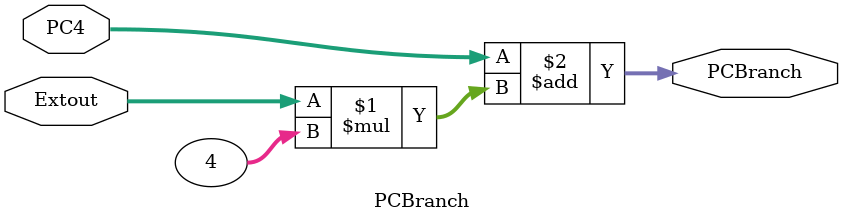
<source format=v>
`timescale 1ns / 1ps


module PCBranch(PC4, Extout, PCBranch);
    input [31:0] PC4; //µ±Ç°PC+4ºóµÄµØÖ·
    input [31:0] Extout; //·ûºÅÎ»ÍØÕ¹ºóµÄÌø×ªÆ«ÒÆÁ¿(ÓÉÓÚÖ¸ÁîÖÐµÄµØÖ·ÊÇ×Ö½ÚµØÖ·ËùÒÔÒª³Ë4
    output wire [31:0] PCBranch; //·ÖÖ§Ö¸ÁîÒªÌø×ªµ½µÄPCµØÖ·
    
    assign PCBranch = PC4 + Extout * 4;
endmodule

</source>
